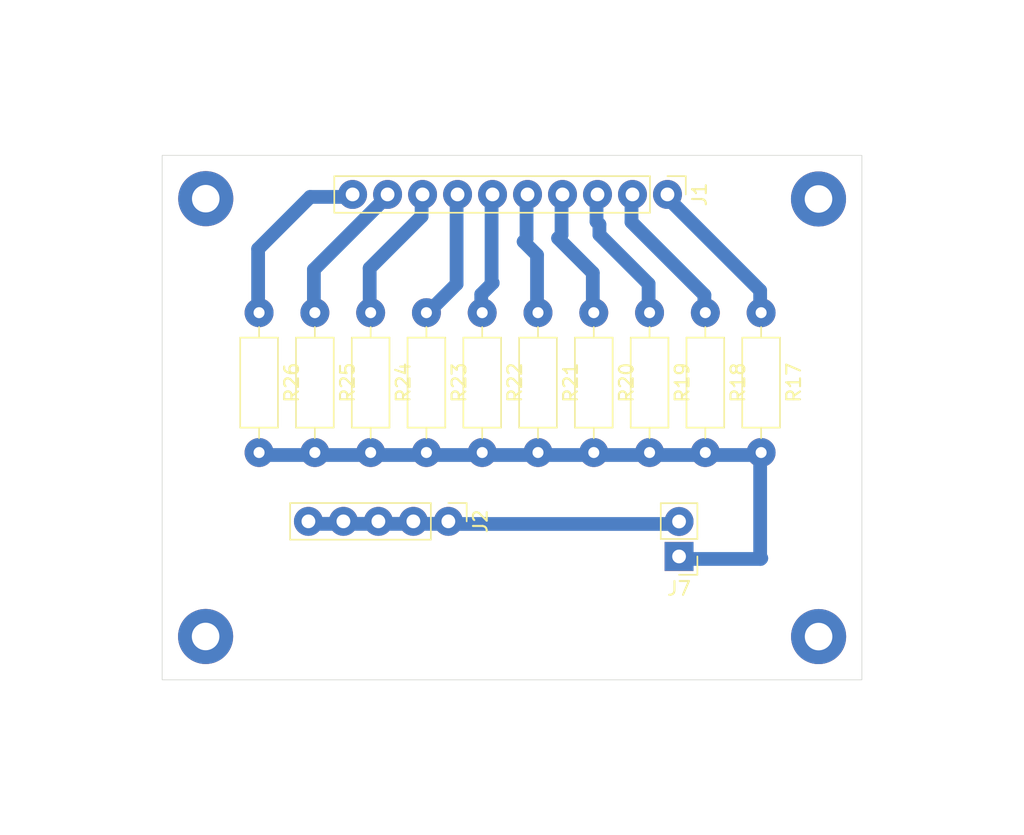
<source format=kicad_pcb>
(kicad_pcb (version 20240108) (generator "pcbnew") (generator_version "8.0")
  (layers (0 "F.Cu" signal) (31 "B.Cu" signal) (34 "B.Paste" user) (35 "F.Paste" user) (36 "B.SilkS" user "B.Silkscreen") (37 "F.SilkS" user "F.Silkscreen") (38 "B.Mask" user) (39 "F.Mask" user) (44 "Edge.Cuts" user))
  (net 0 "")
  (net 1 "Net-(J2-Pin_1)")
  (net 2 "Net-(J1-Pin_9)")
  (net 3 "Net-(J1-Pin_7)")
  (net 4 "Net-(J1-Pin_5)")
  (net 5 "Net-(J1-Pin_6)")
  (net 6 "Net-(J1-Pin_1)")
  (net 7 "Net-(J1-Pin_3)")
  (net 8 "Net-(J1-Pin_4)")
  (net 9 "Net-(J1-Pin_10)")
  (net 10 "Net-(J1-Pin_2)")
  (net 11 "/<NO NET>")
  (net 12 "Net-(J7-Pin_1)")
  (footprint "Resistor_THT:R_Axial_DIN0207_L6.3mm_D2.5mm_P10.16mm_Horizontal" (layer "F.Cu") (at 106.87 54.09 -90)
    (property "Reference" "R18" (at 5.08 -2.37 90) (layer "F.SilkS"))
    (property "Value" "120")
    (fp_line (start 1.81 1.37) (end 8.35 1.37) (stroke (width 0.12)) (layer "F.SilkS"))
    (fp_line (start 8.35 1.37) (end 8.35 -1.37) (stroke (width 0.12)) (layer "F.SilkS"))
    (fp_line (start 1.04 0) (end 1.81 0) (stroke (width 0.12)) (layer "F.SilkS"))
    (fp_line (start 9.12 0) (end 8.35 0) (stroke (width 0.12)) (layer "F.SilkS"))
    (fp_line (start 1.81 -1.37) (end 1.81 1.37) (stroke (width 0.12)) (layer "F.SilkS"))
    (fp_line (start 8.35 -1.37) (end 1.81 -1.37) (stroke (width 0.12)) (layer "F.SilkS"))
    (pad "1" thru_hole circle (at 0 0 270) (size 2.1 2.1) (drill 0.8) (layers "*.Cu" "*.Mask") (net 10 "Net-(J1-Pin_2)"))
    (pad "2" thru_hole circle (at 10.16 0 270) (size 2.1 2.1) (drill 0.8) (layers "*.Cu" "*.Mask") (net 12 "Net-(J7-Pin_1)"))
  )
  (footprint "Resistor_THT:R_Axial_DIN0207_L6.3mm_D2.5mm_P10.16mm_Horizontal" (layer "F.Cu") (at 98.77 54.09 -90)
    (property "Reference" "R20" (at 5.08 -2.37 90) (layer "F.SilkS"))
    (property "Value" "120")
    (fp_line (start 1.81 1.37) (end 8.35 1.37) (stroke (width 0.12)) (layer "F.SilkS"))
    (fp_line (start 8.35 1.37) (end 8.35 -1.37) (stroke (width 0.12)) (layer "F.SilkS"))
    (fp_line (start 1.04 0) (end 1.81 0) (stroke (width 0.12)) (layer "F.SilkS"))
    (fp_line (start 9.12 0) (end 8.35 0) (stroke (width 0.12)) (layer "F.SilkS"))
    (fp_line (start 1.81 -1.37) (end 1.81 1.37) (stroke (width 0.12)) (layer "F.SilkS"))
    (fp_line (start 8.35 -1.37) (end 1.81 -1.37) (stroke (width 0.12)) (layer "F.SilkS"))
    (pad "1" thru_hole circle (at 0 0 270) (size 2.1 2.1) (drill 0.8) (layers "*.Cu" "*.Mask") (net 8 "Net-(J1-Pin_4)"))
    (pad "2" thru_hole circle (at 10.16 0 270) (size 2.1 2.1) (drill 0.8) (layers "*.Cu" "*.Mask") (net 12 "Net-(J7-Pin_1)"))
  )
  (footprint "Connector_PinHeader_2.54mm:PinHeader_1x02_P2.54mm_Vertical" (layer "F.Cu") (at 104.962339 71.8 180)
    (property "Reference" "J7" (at 0 -2.33 0) (layer "F.SilkS"))
    (property "Value" "DCP LED OUT ")
    (fp_line (start 1.33 1.27) (end 1.33 3.87) (stroke (width 0.12)) (layer "F.SilkS"))
    (fp_line (start -1.33 3.87) (end 1.33 3.87) (stroke (width 0.12)) (layer "F.SilkS"))
    (fp_line (start -1.33 1.27) (end 1.33 1.27) (stroke (width 0.12)) (layer "F.SilkS"))
    (fp_line (start -1.33 1.27) (end -1.33 3.87) (stroke (width 0.12)) (layer "F.SilkS"))
    (fp_line (start -1.33 0) (end -1.33 -1.33) (stroke (width 0.12)) (layer "F.SilkS"))
    (fp_line (start -1.33 -1.33) (end 0 -1.33) (stroke (width 0.12)) (layer "F.SilkS"))
    (pad "1" thru_hole rect (at 0 0 180) (size 2.1 2.1) (drill 1) (layers "*.Cu" "*.Mask") (net 12 "Net-(J7-Pin_1)"))
    (pad "2" thru_hole circle (at 0 2.54 180) (size 2.1 2.1) (drill 1) (layers "*.Cu" "*.Mask") (net 1 "Net-(J2-Pin_1)"))
  )
  (footprint "Connector_PinHeader_2.54mm:PinHeader_1x05_P2.54mm_Vertical" (layer "F.Cu") (at 88.212339 69.25 -90)
    (property "Reference" "J2" (at 0 -2.33 90) (layer "F.SilkS"))
    (property "Value" "Conn_01x05")
    (fp_line (start -1.33 11.49) (end 1.33 11.49) (stroke (width 0.12)) (layer "F.SilkS"))
    (fp_line (start -1.33 1.27) (end -1.33 11.49) (stroke (width 0.12)) (layer "F.SilkS"))
    (fp_line (start -1.33 1.27) (end 1.33 1.27) (stroke (width 0.12)) (layer "F.SilkS"))
    (fp_line (start 1.33 1.27) (end 1.33 11.49) (stroke (width 0.12)) (layer "F.SilkS"))
    (fp_line (start -1.33 0) (end -1.33 -1.33) (stroke (width 0.12)) (layer "F.SilkS"))
    (fp_line (start -1.33 -1.33) (end 0 -1.33) (stroke (width 0.12)) (layer "F.SilkS"))
    (pad "1" thru_hole circle (at 0 0 270) (size 2.1 2.1) (drill 1) (layers "*.Cu" "*.Mask") (net 1 "Net-(J2-Pin_1)"))
    (pad "2" thru_hole circle (at 0 2.54 270) (size 2.1 2.1) (drill 1) (layers "*.Cu" "*.Mask") (net 1 "Net-(J2-Pin_1)"))
    (pad "3" thru_hole circle (at 0 5.08 270) (size 2.1 2.1) (drill 1) (layers "*.Cu" "*.Mask") (net 1 "Net-(J2-Pin_1)"))
    (pad "4" thru_hole circle (at 0 7.62 270) (size 2.1 2.1) (drill 1) (layers "*.Cu" "*.Mask") (net 1 "Net-(J2-Pin_1)"))
    (pad "5" thru_hole circle (at 0 10.16 270) (size 2.1 2.1) (drill 1) (layers "*.Cu" "*.Mask") (net 1 "Net-(J2-Pin_1)"))
  )
  (footprint "Connector_PinHeader_2.54mm:PinHeader_1x10_P2.54mm_Vertical" (layer "F.Cu") (at 104.12 45.5 -90)
    (property "Reference" "J1" (at 0 -2.33 90) (layer "F.SilkS"))
    (property "Value" "Conn_01x10")
    (fp_line (start -1.33 24.19) (end 1.33 24.19) (stroke (width 0.12)) (layer "F.SilkS"))
    (fp_line (start -1.33 1.27) (end -1.33 24.19) (stroke (width 0.12)) (layer "F.SilkS"))
    (fp_line (start -1.33 1.27) (end 1.33 1.27) (stroke (width 0.12)) (layer "F.SilkS"))
    (fp_line (start 1.33 1.27) (end 1.33 24.19) (stroke (width 0.12)) (layer "F.SilkS"))
    (fp_line (start -1.33 0) (end -1.33 -1.33) (stroke (width 0.12)) (layer "F.SilkS"))
    (fp_line (start -1.33 -1.33) (end 0 -1.33) (stroke (width 0.12)) (layer "F.SilkS"))
    (pad "1" thru_hole circle (at 0 0 270) (size 2.1 2.1) (drill 1) (layers "*.Cu" "*.Mask") (net 6 "Net-(J1-Pin_1)"))
    (pad "2" thru_hole circle (at 0 2.54 270) (size 2.1 2.1) (drill 1) (layers "*.Cu" "*.Mask") (net 10 "Net-(J1-Pin_2)"))
    (pad "3" thru_hole circle (at 0 5.08 270) (size 2.1 2.1) (drill 1) (layers "*.Cu" "*.Mask") (net 7 "Net-(J1-Pin_3)"))
    (pad "4" thru_hole circle (at 0 7.62 270) (size 2.1 2.1) (drill 1) (layers "*.Cu" "*.Mask") (net 8 "Net-(J1-Pin_4)"))
    (pad "5" thru_hole circle (at 0 10.16 270) (size 2.1 2.1) (drill 1) (layers "*.Cu" "*.Mask") (net 4 "Net-(J1-Pin_5)"))
    (pad "6" thru_hole circle (at 0 12.7 270) (size 2.1 2.1) (drill 1) (layers "*.Cu" "*.Mask") (net 5 "Net-(J1-Pin_6)"))
    (pad "7" thru_hole circle (at 0 15.24 270) (size 2.1 2.1) (drill 1) (layers "*.Cu" "*.Mask") (net 3 "Net-(J1-Pin_7)"))
    (pad "8" thru_hole circle (at 0 17.78 270) (size 2.1 2.1) (drill 1) (layers "*.Cu" "*.Mask") (net 11 "/<NO NET>"))
    (pad "9" thru_hole circle (at 0 20.32 270) (size 2.1 2.1) (drill 1) (layers "*.Cu" "*.Mask") (net 2 "Net-(J1-Pin_9)"))
    (pad "10" thru_hole circle (at 0 22.86 270) (size 2.1 2.1) (drill 1) (layers "*.Cu" "*.Mask") (net 9 "Net-(J1-Pin_10)"))
  )
  (footprint "Resistor_THT:R_Axial_DIN0207_L6.3mm_D2.5mm_P10.16mm_Horizontal" (layer "F.Cu") (at 94.72 54.09 -90)
    (property "Reference" "R21" (at 5.08 -2.37 90) (layer "F.SilkS"))
    (property "Value" "120")
    (fp_line (start 1.81 1.37) (end 8.35 1.37) (stroke (width 0.12)) (layer "F.SilkS"))
    (fp_line (start 8.35 1.37) (end 8.35 -1.37) (stroke (width 0.12)) (layer "F.SilkS"))
    (fp_line (start 1.04 0) (end 1.81 0) (stroke (width 0.12)) (layer "F.SilkS"))
    (fp_line (start 9.12 0) (end 8.35 0) (stroke (width 0.12)) (layer "F.SilkS"))
    (fp_line (start 1.81 -1.37) (end 1.81 1.37) (stroke (width 0.12)) (layer "F.SilkS"))
    (fp_line (start 8.35 -1.37) (end 1.81 -1.37) (stroke (width 0.12)) (layer "F.SilkS"))
    (pad "1" thru_hole circle (at 0 0 270) (size 2.1 2.1) (drill 0.8) (layers "*.Cu" "*.Mask") (net 4 "Net-(J1-Pin_5)"))
    (pad "2" thru_hole circle (at 10.16 0 270) (size 2.1 2.1) (drill 0.8) (layers "*.Cu" "*.Mask") (net 12 "Net-(J7-Pin_1)"))
  )
  (footprint "Resistor_THT:R_Axial_DIN0207_L6.3mm_D2.5mm_P10.16mm_Horizontal" (layer "F.Cu") (at 90.67 54.09 -90)
    (property "Reference" "R22" (at 5.08 -2.37 90) (layer "F.SilkS"))
    (property "Value" "120")
    (fp_line (start 1.81 1.37) (end 8.35 1.37) (stroke (width 0.12)) (layer "F.SilkS"))
    (fp_line (start 8.35 1.37) (end 8.35 -1.37) (stroke (width 0.12)) (layer "F.SilkS"))
    (fp_line (start 1.04 0) (end 1.81 0) (stroke (width 0.12)) (layer "F.SilkS"))
    (fp_line (start 9.12 0) (end 8.35 0) (stroke (width 0.12)) (layer "F.SilkS"))
    (fp_line (start 1.81 -1.37) (end 1.81 1.37) (stroke (width 0.12)) (layer "F.SilkS"))
    (fp_line (start 8.35 -1.37) (end 1.81 -1.37) (stroke (width 0.12)) (layer "F.SilkS"))
    (pad "1" thru_hole circle (at 0 0 270) (size 2.1 2.1) (drill 0.8) (layers "*.Cu" "*.Mask") (net 5 "Net-(J1-Pin_6)"))
    (pad "2" thru_hole circle (at 10.16 0 270) (size 2.1 2.1) (drill 0.8) (layers "*.Cu" "*.Mask") (net 12 "Net-(J7-Pin_1)"))
  )
  (footprint "Resistor_THT:R_Axial_DIN0207_L6.3mm_D2.5mm_P10.16mm_Horizontal" (layer "F.Cu") (at 74.47 54.09 -90)
    (property "Reference" "R26" (at 5.08 -2.37 90) (layer "F.SilkS"))
    (property "Value" "120")
    (fp_line (start 1.81 1.37) (end 8.35 1.37) (stroke (width 0.12)) (layer "F.SilkS"))
    (fp_line (start 8.35 1.37) (end 8.35 -1.37) (stroke (width 0.12)) (layer "F.SilkS"))
    (fp_line (start 1.04 0) (end 1.81 0) (stroke (width 0.12)) (layer "F.SilkS"))
    (fp_line (start 9.12 0) (end 8.35 0) (stroke (width 0.12)) (layer "F.SilkS"))
    (fp_line (start 1.81 -1.37) (end 1.81 1.37) (stroke (width 0.12)) (layer "F.SilkS"))
    (fp_line (start 8.35 -1.37) (end 1.81 -1.37) (stroke (width 0.12)) (layer "F.SilkS"))
    (pad "1" thru_hole circle (at 0 0 270) (size 2.1 2.1) (drill 0.8) (layers "*.Cu" "*.Mask") (net 9 "Net-(J1-Pin_10)"))
    (pad "2" thru_hole circle (at 10.16 0 270) (size 2.1 2.1) (drill 0.8) (layers "*.Cu" "*.Mask") (net 12 "Net-(J7-Pin_1)"))
  )
  (footprint "Resistor_THT:R_Axial_DIN0207_L6.3mm_D2.5mm_P10.16mm_Horizontal" (layer "F.Cu") (at 110.92 54.09 -90)
    (property "Reference" "R17" (at 5.08 -2.37 90) (layer "F.SilkS"))
    (property "Value" "120")
    (fp_line (start 1.81 1.37) (end 8.35 1.37) (stroke (width 0.12)) (layer "F.SilkS"))
    (fp_line (start 8.35 1.37) (end 8.35 -1.37) (stroke (width 0.12)) (layer "F.SilkS"))
    (fp_line (start 1.04 0) (end 1.81 0) (stroke (width 0.12)) (layer "F.SilkS"))
    (fp_line (start 9.12 0) (end 8.35 0) (stroke (width 0.12)) (layer "F.SilkS"))
    (fp_line (start 1.81 -1.37) (end 1.81 1.37) (stroke (width 0.12)) (layer "F.SilkS"))
    (fp_line (start 8.35 -1.37) (end 1.81 -1.37) (stroke (width 0.12)) (layer "F.SilkS"))
    (pad "1" thru_hole circle (at 0 0 270) (size 2.1 2.1) (drill 0.8) (layers "*.Cu" "*.Mask") (net 6 "Net-(J1-Pin_1)"))
    (pad "2" thru_hole circle (at 10.16 0 270) (size 2.1 2.1) (drill 0.8) (layers "*.Cu" "*.Mask") (net 12 "Net-(J7-Pin_1)"))
  )
  (footprint "Resistor_THT:R_Axial_DIN0207_L6.3mm_D2.5mm_P10.16mm_Horizontal" (layer "F.Cu") (at 82.57 54.09 -90)
    (property "Reference" "R24" (at 5.08 -2.37 90) (layer "F.SilkS"))
    (property "Value" "120")
    (fp_line (start 1.81 1.37) (end 8.35 1.37) (stroke (width 0.12)) (layer "F.SilkS"))
    (fp_line (start 8.35 1.37) (end 8.35 -1.37) (stroke (width 0.12)) (layer "F.SilkS"))
    (fp_line (start 1.04 0) (end 1.81 0) (stroke (width 0.12)) (layer "F.SilkS"))
    (fp_line (start 9.12 0) (end 8.35 0) (stroke (width 0.12)) (layer "F.SilkS"))
    (fp_line (start 1.81 -1.37) (end 1.81 1.37) (stroke (width 0.12)) (layer "F.SilkS"))
    (fp_line (start 8.35 -1.37) (end 1.81 -1.37) (stroke (width 0.12)) (layer "F.SilkS"))
    (pad "1" thru_hole circle (at 0 0 270) (size 2.1 2.1) (drill 0.8) (layers "*.Cu" "*.Mask") (net 11 "/<NO NET>"))
    (pad "2" thru_hole circle (at 10.16 0 270) (size 2.1 2.1) (drill 0.8) (layers "*.Cu" "*.Mask") (net 12 "Net-(J7-Pin_1)"))
  )
  (footprint "Resistor_THT:R_Axial_DIN0207_L6.3mm_D2.5mm_P10.16mm_Horizontal" (layer "F.Cu") (at 102.82 54.09 -90)
    (property "Reference" "R19" (at 5.08 -2.37 90) (layer "F.SilkS"))
    (property "Value" "120")
    (fp_line (start 1.81 1.37) (end 8.35 1.37) (stroke (width 0.12)) (layer "F.SilkS"))
    (fp_line (start 8.35 1.37) (end 8.35 -1.37) (stroke (width 0.12)) (layer "F.SilkS"))
    (fp_line (start 1.04 0) (end 1.81 0) (stroke (width 0.12)) (layer "F.SilkS"))
    (fp_line (start 9.12 0) (end 8.35 0) (stroke (width 0.12)) (layer "F.SilkS"))
    (fp_line (start 1.81 -1.37) (end 1.81 1.37) (stroke (width 0.12)) (layer "F.SilkS"))
    (fp_line (start 8.35 -1.37) (end 1.81 -1.37) (stroke (width 0.12)) (layer "F.SilkS"))
    (pad "1" thru_hole circle (at 0 0 270) (size 2.1 2.1) (drill 0.8) (layers "*.Cu" "*.Mask") (net 7 "Net-(J1-Pin_3)"))
    (pad "2" thru_hole circle (at 10.16 0 270) (size 2.1 2.1) (drill 0.8) (layers "*.Cu" "*.Mask") (net 12 "Net-(J7-Pin_1)"))
  )
  (footprint "Resistor_THT:R_Axial_DIN0207_L6.3mm_D2.5mm_P10.16mm_Horizontal" (layer "F.Cu") (at 86.62 54.09 -90)
    (property "Reference" "R23" (at 5.08 -2.37 90) (layer "F.SilkS"))
    (property "Value" "120")
    (fp_line (start 1.81 1.37) (end 8.35 1.37) (stroke (width 0.12)) (layer "F.SilkS"))
    (fp_line (start 8.35 1.37) (end 8.35 -1.37) (stroke (width 0.12)) (layer "F.SilkS"))
    (fp_line (start 1.04 0) (end 1.81 0) (stroke (width 0.12)) (layer "F.SilkS"))
    (fp_line (start 9.12 0) (end 8.35 0) (stroke (width 0.12)) (layer "F.SilkS"))
    (fp_line (start 1.81 -1.37) (end 1.81 1.37) (stroke (width 0.12)) (layer "F.SilkS"))
    (fp_line (start 8.35 -1.37) (end 1.81 -1.37) (stroke (width 0.12)) (layer "F.SilkS"))
    (pad "1" thru_hole circle (at 0 0 270) (size 2.1 2.1) (drill 0.8) (layers "*.Cu" "*.Mask") (net 3 "Net-(J1-Pin_7)"))
    (pad "2" thru_hole circle (at 10.16 0 270) (size 2.1 2.1) (drill 0.8) (layers "*.Cu" "*.Mask") (net 12 "Net-(J7-Pin_1)"))
  )
  (footprint "Resistor_THT:R_Axial_DIN0207_L6.3mm_D2.5mm_P10.16mm_Horizontal" (layer "F.Cu") (at 78.52 54.09 -90)
    (property "Reference" "R25" (at 5.08 -2.37 90) (layer "F.SilkS"))
    (property "Value" "120")
    (fp_line (start 1.81 1.37) (end 8.35 1.37) (stroke (width 0.12)) (layer "F.SilkS"))
    (fp_line (start 8.35 1.37) (end 8.35 -1.37) (stroke (width 0.12)) (layer "F.SilkS"))
    (fp_line (start 1.04 0) (end 1.81 0) (stroke (width 0.12)) (layer "F.SilkS"))
    (fp_line (start 9.12 0) (end 8.35 0) (stroke (width 0.12)) (layer "F.SilkS"))
    (fp_line (start 1.81 -1.37) (end 1.81 1.37) (stroke (width 0.12)) (layer "F.SilkS"))
    (fp_line (start 8.35 -1.37) (end 1.81 -1.37) (stroke (width 0.12)) (layer "F.SilkS"))
    (pad "1" thru_hole circle (at 0 0 270) (size 2.1 2.1) (drill 0.8) (layers "*.Cu" "*.Mask") (net 2 "Net-(J1-Pin_9)"))
    (pad "2" thru_hole circle (at 10.16 0 270) (size 2.1 2.1) (drill 0.8) (layers "*.Cu" "*.Mask") (net 12 "Net-(J7-Pin_1)"))
  )
  (gr_rect (start 67.435 42.6625) (end 118.235 80.7625) (stroke (width 0.05)) (fill none) (layer "Edge.Cuts"))
  (via (at 70.58686 77.614129) (size 4) (drill 2) (layers "F.Cu" "B.Cu") (net 0))
  (via (at 70.597871 45.807355) (size 4) (drill 2) (layers "F.Cu" "B.Cu") (net 0))
  (via (at 115.085742 45.829871) (size 4) (drill 2) (layers "F.Cu" "B.Cu") (net 0))
  (via (at 115.09252 77.621118) (size 4) (drill 2) (layers "F.Cu" "B.Cu") (net 0))
  (segment (start 104.892339 69.44) (end 88.152339 69.44) (width 1) (layer "B.Cu") (net 1))
  (segment (start 88.152339 69.44) (end 88.142339 69.43) (width 1) (layer "B.Cu") (net 1))
  (segment (start 88.142339 69.43) (end 77.982339 69.43) (width 1) (layer "B.Cu") (net 1))
  (segment (start 78.45 50.96) (end 83.73 45.68) (width 1) (layer "B.Cu") (net 2))
  (segment (start 78.45 54.27) (end 78.45 50.96) (width 1) (layer "B.Cu") (net 2))
  (segment (start 88.81 52.01) (end 88.81 45.68) (width 1) (layer "B.Cu") (net 3))
  (segment (start 86.55 54.27) (end 88.81 52.01) (width 1) (layer "B.Cu") (net 3))
  (segment (start 94.65 54.27) (end 94.65 49.9) (width 1) (layer "B.Cu") (net 4))
  (segment (start 93.89 48.72) (end 93.89 45.68) (width 1) (layer "B.Cu") (net 4))
  (segment (start 93.68 48.93) (end 93.89 48.72) (width 1) (layer "B.Cu") (net 4))
  (segment (start 94.65 49.9) (end 93.68 48.93) (width 1) (layer "B.Cu") (net 4))
  (segment (start 91.43 51.93) (end 91.35 51.85) (width 1) (layer "B.Cu") (net 5))
  (segment (start 91.35 51.85) (end 91.35 45.68) (width 1) (layer "B.Cu") (net 5))
  (segment (start 90.6 52.76) (end 91.43 51.93) (width 1) (layer "B.Cu") (net 5))
  (segment (start 90.6 54.27) (end 90.6 52.76) (width 1) (layer "B.Cu") (net 5))
  (segment (start 110.85 52.48) (end 104.05 45.68) (width 1) (layer "B.Cu") (net 6))
  (segment (start 110.85 54.27) (end 110.85 52.48) (width 1) (layer "B.Cu") (net 6))
  (segment (start 98.97 47.47) (end 98.97 45.68) (width 1) (layer "B.Cu") (net 7))
  (segment (start 102.75 52) (end 99.18 48.43) (width 1) (layer "B.Cu") (net 7))
  (segment (start 99.18 47.68) (end 98.97 47.47) (width 1) (layer "B.Cu") (net 7))
  (segment (start 102.75 54.27) (end 102.75 52) (width 1) (layer "B.Cu") (net 7))
  (segment (start 99.18 48.43) (end 99.18 47.68) (width 1) (layer "B.Cu") (net 7))
  (segment (start 96.18 48.68) (end 96.43 48.43) (width 1) (layer "B.Cu") (net 8))
  (segment (start 98.7 54.27) (end 98.7 51.2) (width 1) (layer "B.Cu") (net 8))
  (segment (start 96.43 48.43) (end 96.43 45.68) (width 1) (layer "B.Cu") (net 8))
  (segment (start 98.7 51.2) (end 96.18 48.68) (width 1) (layer "B.Cu") (net 8))
  (segment (start 78.18 45.68) (end 81.19 45.68) (width 1) (layer "B.Cu") (net 9))
  (segment (start 74.4 49.46) (end 78.18 45.68) (width 1) (layer "B.Cu") (net 9))
  (segment (start 74.4 54.27) (end 74.4 49.46) (width 1) (layer "B.Cu") (net 9))
  (segment (start 106.8 52.8) (end 101.51 47.51) (width 1) (layer "B.Cu") (net 10))
  (segment (start 106.8 54.27) (end 106.8 52.8) (width 1) (layer "B.Cu") (net 10))
  (segment (start 101.51 47.51) (end 101.51 45.68) (width 1) (layer "B.Cu") (net 10))
  (segment (start 86.27 47.09) (end 86.27 45.68) (width 1) (layer "B.Cu") (net 11))
  (segment (start 82.5 54.27) (end 82.5 50.86) (width 1) (layer "B.Cu") (net 11))
  (segment (start 82.5 50.86) (end 86.27 47.09) (width 1) (layer "B.Cu") (net 11))
  (segment (start 110.85 71.85) (end 110.85 64.43) (width 1) (layer "B.Cu") (net 12))
  (segment (start 104.892339 71.98) (end 110.88 71.98) (width 1) (layer "B.Cu") (net 12))
  (segment (start 110.88 71.98) (end 110.93 71.93) (width 1) (layer "B.Cu") (net 12))
  (segment (start 110.85 64.43) (end 74.4 64.43) (width 1) (layer "B.Cu") (net 12))
  (segment (start 110.93 71.93) (end 110.85 71.85) (width 1) (layer "B.Cu") (net 12))
)
</source>
